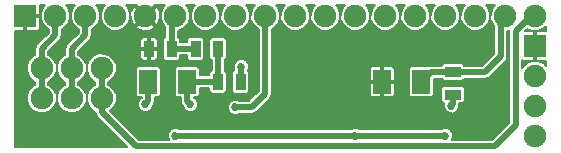
<source format=gbl>
G04 (created by PCBNEW (2013-07-07 BZR 4022)-stable) date 2/6/2016 8:58:51 PM*
%MOIN*%
G04 Gerber Fmt 3.4, Leading zero omitted, Abs format*
%FSLAX34Y34*%
G01*
G70*
G90*
G04 APERTURE LIST*
%ADD10C,0.00590551*%
%ADD11R,0.035X0.055*%
%ADD12R,0.055X0.035*%
%ADD13R,0.06X0.08*%
%ADD14C,0.075*%
%ADD15R,0.075X0.075*%
%ADD16C,0.027*%
%ADD17C,0.02*%
%ADD18C,0.008*%
G04 APERTURE END LIST*
G54D10*
G54D11*
X-2375Y-1100D03*
X-1625Y-1100D03*
X-825Y-1100D03*
X-75Y-1100D03*
X-75Y-2200D03*
X675Y-2200D03*
G54D12*
X7750Y-1875D03*
X7750Y-2625D03*
G54D13*
X6700Y-2200D03*
X5400Y-2200D03*
X-1100Y-2200D03*
X-2400Y-2200D03*
G54D14*
X-5950Y-2750D03*
X-4950Y-2750D03*
X-3950Y-2750D03*
G54D15*
X10500Y-1000D03*
G54D14*
X10500Y-2000D03*
X10500Y-3000D03*
X10500Y-4000D03*
G54D15*
X-6500Y0D03*
G54D14*
X-5500Y0D03*
X-4500Y0D03*
X-3500Y0D03*
X-2500Y0D03*
X-1500Y0D03*
X-500Y0D03*
X500Y0D03*
X1500Y0D03*
X2500Y0D03*
X3500Y0D03*
X4500Y0D03*
X5500Y0D03*
X6500Y0D03*
X7500Y0D03*
X8500Y0D03*
X9500Y0D03*
X10500Y0D03*
X-5950Y-1750D03*
X-4950Y-1750D03*
X-3950Y-1750D03*
G54D16*
X7500Y-4000D03*
X-1500Y-4000D03*
X4500Y-4000D03*
X700Y-1700D03*
X-1000Y-2950D03*
X500Y-3050D03*
X3200Y-1250D03*
X-2800Y-1250D03*
X8800Y-3450D03*
X8900Y-1000D03*
X2750Y-3450D03*
X-2500Y-2950D03*
X7700Y-3000D03*
G54D17*
X4500Y-4000D02*
X7500Y-4000D01*
X4500Y-4000D02*
X-1500Y-4000D01*
X675Y-2200D02*
X675Y-1725D01*
X675Y-1725D02*
X700Y-1700D01*
X-1100Y-2850D02*
X-1100Y-2200D01*
X-1000Y-2950D02*
X-1100Y-2850D01*
X-1100Y-2200D02*
X-75Y-2200D01*
X-75Y-1100D02*
X-75Y-2200D01*
X-1100Y-2450D02*
X-1100Y-2200D01*
X-1100Y-2450D02*
X-1100Y-2200D01*
X-4500Y0D02*
X-4500Y-650D01*
X-4500Y-650D02*
X-4950Y-1100D01*
X-4950Y-1750D02*
X-4950Y-1100D01*
X-4950Y-1750D02*
X-4950Y-2750D01*
X500Y-3050D02*
X1050Y-3050D01*
X1500Y-2400D02*
X1500Y-2600D01*
X1500Y-2600D02*
X1050Y-3050D01*
X1500Y-2400D02*
X1500Y0D01*
X-1625Y-1100D02*
X-1625Y-125D01*
X-1625Y-125D02*
X-1500Y0D01*
X-1625Y-1100D02*
X-825Y-1100D01*
X9500Y0D02*
X9500Y-100D01*
X8825Y-1875D02*
X7750Y-1875D01*
X9350Y-1350D02*
X8825Y-1875D01*
X9350Y-250D02*
X9350Y-1350D01*
X9500Y-100D02*
X9350Y-250D01*
X7750Y-1875D02*
X7025Y-1875D01*
X7025Y-1875D02*
X6700Y-2200D01*
X-3950Y-2750D02*
X-3950Y-3200D01*
X-2800Y-4350D02*
X-2150Y-4350D01*
X-3950Y-3200D02*
X-2800Y-4350D01*
X10500Y0D02*
X10350Y0D01*
X9850Y-3650D02*
X9150Y-4350D01*
X9150Y-4350D02*
X-2150Y-4350D01*
X10350Y0D02*
X9850Y-500D01*
X9850Y-500D02*
X9850Y-3650D01*
X-3950Y-2750D02*
X-3950Y-1750D01*
X-2400Y-2850D02*
X-2400Y-2200D01*
X-2500Y-2950D02*
X-2400Y-2850D01*
X-5500Y0D02*
X-5500Y-650D01*
X-5500Y-650D02*
X-5950Y-1100D01*
X-5950Y-1750D02*
X-5950Y-1100D01*
X7750Y-2625D02*
X7750Y-2950D01*
X7750Y-2950D02*
X7700Y-3000D01*
X-5950Y-1750D02*
X-5950Y-2750D01*
G54D10*
G36*
X9633Y-480D02*
X9630Y-500D01*
X9630Y-3558D01*
X9058Y-4130D01*
X8145Y-4130D01*
X8145Y-2776D01*
X8145Y-2426D01*
X8126Y-2382D01*
X8093Y-2348D01*
X8048Y-2330D01*
X8001Y-2329D01*
X7451Y-2329D01*
X7407Y-2348D01*
X7373Y-2381D01*
X7355Y-2426D01*
X7354Y-2473D01*
X7354Y-2823D01*
X7373Y-2867D01*
X7406Y-2901D01*
X7451Y-2919D01*
X7457Y-2919D01*
X7445Y-2949D01*
X7444Y-3050D01*
X7483Y-3144D01*
X7555Y-3216D01*
X7649Y-3254D01*
X7750Y-3255D01*
X7844Y-3216D01*
X7916Y-3144D01*
X7954Y-3050D01*
X7954Y-3025D01*
X7954Y-3025D01*
X7970Y-2950D01*
X7970Y-2920D01*
X8048Y-2920D01*
X8092Y-2901D01*
X8126Y-2868D01*
X8144Y-2823D01*
X8145Y-2776D01*
X8145Y-4130D01*
X7722Y-4130D01*
X7754Y-4050D01*
X7755Y-3949D01*
X7716Y-3855D01*
X7644Y-3783D01*
X7550Y-3745D01*
X7449Y-3744D01*
X7364Y-3780D01*
X5820Y-3780D01*
X5820Y-2576D01*
X5820Y-1823D01*
X5819Y-1776D01*
X5801Y-1731D01*
X5767Y-1698D01*
X5723Y-1679D01*
X5465Y-1680D01*
X5435Y-1710D01*
X5435Y-2165D01*
X5790Y-2165D01*
X5820Y-2135D01*
X5820Y-1823D01*
X5820Y-2576D01*
X5820Y-2265D01*
X5790Y-2235D01*
X5435Y-2235D01*
X5435Y-2690D01*
X5465Y-2720D01*
X5723Y-2720D01*
X5767Y-2701D01*
X5801Y-2668D01*
X5819Y-2623D01*
X5820Y-2576D01*
X5820Y-3780D01*
X5365Y-3780D01*
X5365Y-2690D01*
X5365Y-2235D01*
X5365Y-2165D01*
X5365Y-1710D01*
X5335Y-1680D01*
X5076Y-1679D01*
X5032Y-1698D01*
X4998Y-1731D01*
X4980Y-1776D01*
X4979Y-1823D01*
X4980Y-2135D01*
X5010Y-2165D01*
X5365Y-2165D01*
X5365Y-2235D01*
X5010Y-2235D01*
X4980Y-2265D01*
X4979Y-2576D01*
X4980Y-2623D01*
X4998Y-2668D01*
X5032Y-2701D01*
X5076Y-2720D01*
X5335Y-2720D01*
X5365Y-2690D01*
X5365Y-3780D01*
X4635Y-3780D01*
X4550Y-3745D01*
X4449Y-3744D01*
X4364Y-3780D01*
X220Y-3780D01*
X220Y-2451D01*
X220Y-1901D01*
X201Y-1857D01*
X168Y-1823D01*
X145Y-1813D01*
X145Y-1486D01*
X167Y-1476D01*
X201Y-1443D01*
X219Y-1398D01*
X220Y-1351D01*
X220Y-801D01*
X201Y-757D01*
X168Y-723D01*
X123Y-705D01*
X76Y-704D01*
X-273Y-704D01*
X-317Y-723D01*
X-351Y-756D01*
X-369Y-801D01*
X-370Y-848D01*
X-370Y-1398D01*
X-351Y-1442D01*
X-318Y-1476D01*
X-295Y-1486D01*
X-295Y-1813D01*
X-317Y-1823D01*
X-351Y-1856D01*
X-369Y-1901D01*
X-370Y-1948D01*
X-370Y-1980D01*
X-679Y-1980D01*
X-679Y-1776D01*
X-698Y-1732D01*
X-731Y-1698D01*
X-776Y-1680D01*
X-823Y-1679D01*
X-1423Y-1679D01*
X-1467Y-1698D01*
X-1501Y-1731D01*
X-1519Y-1776D01*
X-1520Y-1823D01*
X-1520Y-2623D01*
X-1501Y-2667D01*
X-1468Y-2701D01*
X-1423Y-2719D01*
X-1376Y-2720D01*
X-1320Y-2720D01*
X-1320Y-2850D01*
X-1303Y-2934D01*
X-1255Y-3005D01*
X-1251Y-3010D01*
X-1216Y-3094D01*
X-1144Y-3166D01*
X-1050Y-3204D01*
X-949Y-3205D01*
X-855Y-3166D01*
X-783Y-3094D01*
X-745Y-3000D01*
X-744Y-2899D01*
X-783Y-2805D01*
X-855Y-2733D01*
X-880Y-2723D01*
X-880Y-2720D01*
X-776Y-2720D01*
X-732Y-2701D01*
X-698Y-2668D01*
X-680Y-2623D01*
X-679Y-2576D01*
X-679Y-2420D01*
X-370Y-2420D01*
X-370Y-2498D01*
X-351Y-2542D01*
X-318Y-2576D01*
X-273Y-2594D01*
X-226Y-2595D01*
X123Y-2595D01*
X167Y-2576D01*
X201Y-2543D01*
X219Y-2498D01*
X220Y-2451D01*
X220Y-3780D01*
X-1364Y-3780D01*
X-1449Y-3745D01*
X-1550Y-3744D01*
X-1644Y-3783D01*
X-1716Y-3855D01*
X-1754Y-3949D01*
X-1755Y-4050D01*
X-1722Y-4130D01*
X-1979Y-4130D01*
X-1979Y-2576D01*
X-1979Y-1776D01*
X-1998Y-1732D01*
X-2002Y-1728D01*
X-2002Y-83D01*
X-2008Y113D01*
X-2072Y267D01*
X-2140Y309D01*
X-2450Y0D01*
X-2140Y-309D01*
X-2072Y-267D01*
X-2002Y-83D01*
X-2002Y-1728D01*
X-2031Y-1698D01*
X-2076Y-1680D01*
X-2079Y-1680D01*
X-2079Y-1351D01*
X-2079Y-848D01*
X-2080Y-801D01*
X-2098Y-756D01*
X-2132Y-723D01*
X-2176Y-704D01*
X-2190Y-704D01*
X-2190Y-359D01*
X-2500Y-49D01*
X-2549Y-98D01*
X-2549Y0D01*
X-2859Y309D01*
X-2927Y267D01*
X-2997Y83D01*
X-2991Y-113D01*
X-2927Y-267D01*
X-2859Y-309D01*
X-2549Y0D01*
X-2549Y-98D01*
X-2809Y-359D01*
X-2767Y-427D01*
X-2583Y-497D01*
X-2386Y-491D01*
X-2232Y-427D01*
X-2190Y-359D01*
X-2190Y-704D01*
X-2310Y-705D01*
X-2340Y-735D01*
X-2340Y-1065D01*
X-2110Y-1065D01*
X-2080Y-1035D01*
X-2079Y-848D01*
X-2079Y-1351D01*
X-2080Y-1165D01*
X-2110Y-1135D01*
X-2340Y-1135D01*
X-2340Y-1465D01*
X-2310Y-1495D01*
X-2176Y-1495D01*
X-2132Y-1476D01*
X-2098Y-1443D01*
X-2080Y-1398D01*
X-2079Y-1351D01*
X-2079Y-1680D01*
X-2123Y-1679D01*
X-2410Y-1679D01*
X-2410Y-1465D01*
X-2410Y-1135D01*
X-2410Y-1065D01*
X-2410Y-735D01*
X-2440Y-705D01*
X-2573Y-704D01*
X-2617Y-723D01*
X-2651Y-756D01*
X-2669Y-801D01*
X-2670Y-848D01*
X-2670Y-1035D01*
X-2640Y-1065D01*
X-2410Y-1065D01*
X-2410Y-1135D01*
X-2640Y-1135D01*
X-2670Y-1165D01*
X-2670Y-1351D01*
X-2669Y-1398D01*
X-2651Y-1443D01*
X-2617Y-1476D01*
X-2573Y-1495D01*
X-2440Y-1495D01*
X-2410Y-1465D01*
X-2410Y-1679D01*
X-2723Y-1679D01*
X-2767Y-1698D01*
X-2801Y-1731D01*
X-2819Y-1776D01*
X-2820Y-1823D01*
X-2820Y-2623D01*
X-2801Y-2667D01*
X-2768Y-2701D01*
X-2723Y-2719D01*
X-2676Y-2720D01*
X-2620Y-2720D01*
X-2620Y-2723D01*
X-2644Y-2733D01*
X-2716Y-2805D01*
X-2754Y-2899D01*
X-2755Y-3000D01*
X-2716Y-3094D01*
X-2644Y-3166D01*
X-2550Y-3204D01*
X-2449Y-3205D01*
X-2355Y-3166D01*
X-2283Y-3094D01*
X-2248Y-3009D01*
X-2244Y-3005D01*
X-2196Y-2934D01*
X-2196Y-2934D01*
X-2180Y-2850D01*
X-2180Y-2850D01*
X-2180Y-2720D01*
X-2076Y-2720D01*
X-2032Y-2701D01*
X-1998Y-2668D01*
X-1980Y-2623D01*
X-1979Y-2576D01*
X-1979Y-4130D01*
X-2150Y-4130D01*
X-2708Y-4130D01*
X-3669Y-3169D01*
X-3530Y-3030D01*
X-3455Y-2848D01*
X-3454Y-2651D01*
X-3530Y-2469D01*
X-3669Y-2330D01*
X-3730Y-2305D01*
X-3730Y-2194D01*
X-3669Y-2169D01*
X-3530Y-2030D01*
X-3455Y-1848D01*
X-3454Y-1651D01*
X-3530Y-1469D01*
X-3669Y-1330D01*
X-3851Y-1255D01*
X-4048Y-1254D01*
X-4230Y-1330D01*
X-4369Y-1469D01*
X-4444Y-1651D01*
X-4445Y-1848D01*
X-4369Y-2030D01*
X-4230Y-2169D01*
X-4170Y-2194D01*
X-4170Y-2305D01*
X-4230Y-2330D01*
X-4369Y-2469D01*
X-4444Y-2651D01*
X-4445Y-2848D01*
X-4369Y-3030D01*
X-4230Y-3169D01*
X-4170Y-3194D01*
X-4170Y-3200D01*
X-4153Y-3284D01*
X-4105Y-3355D01*
X-3100Y-4360D01*
X-6860Y-4360D01*
X-6860Y-495D01*
X-6565Y-495D01*
X-6535Y-465D01*
X-6535Y-35D01*
X-6542Y-35D01*
X-6542Y35D01*
X-6535Y35D01*
X-6535Y42D01*
X-6465Y42D01*
X-6465Y35D01*
X-6035Y35D01*
X-6005Y65D01*
X-6004Y351D01*
X-6004Y360D01*
X-5839Y360D01*
X-5919Y280D01*
X-5994Y98D01*
X-5995Y-98D01*
X-5919Y-280D01*
X-5780Y-419D01*
X-5720Y-444D01*
X-5720Y-558D01*
X-6004Y-843D01*
X-6004Y-351D01*
X-6005Y-65D01*
X-6035Y-35D01*
X-6465Y-35D01*
X-6465Y-465D01*
X-6435Y-495D01*
X-6101Y-495D01*
X-6057Y-476D01*
X-6023Y-443D01*
X-6005Y-398D01*
X-6004Y-351D01*
X-6004Y-843D01*
X-6105Y-944D01*
X-6153Y-1015D01*
X-6170Y-1100D01*
X-6170Y-1305D01*
X-6230Y-1330D01*
X-6369Y-1469D01*
X-6444Y-1651D01*
X-6445Y-1848D01*
X-6369Y-2030D01*
X-6230Y-2169D01*
X-6170Y-2194D01*
X-6170Y-2305D01*
X-6230Y-2330D01*
X-6369Y-2469D01*
X-6444Y-2651D01*
X-6445Y-2848D01*
X-6369Y-3030D01*
X-6230Y-3169D01*
X-6048Y-3244D01*
X-5851Y-3245D01*
X-5669Y-3169D01*
X-5530Y-3030D01*
X-5455Y-2848D01*
X-5454Y-2651D01*
X-5530Y-2469D01*
X-5669Y-2330D01*
X-5730Y-2305D01*
X-5730Y-2194D01*
X-5669Y-2169D01*
X-5530Y-2030D01*
X-5455Y-1848D01*
X-5454Y-1651D01*
X-5530Y-1469D01*
X-5669Y-1330D01*
X-5730Y-1305D01*
X-5730Y-1191D01*
X-5344Y-805D01*
X-5296Y-734D01*
X-5296Y-734D01*
X-5280Y-650D01*
X-5280Y-444D01*
X-5219Y-419D01*
X-5080Y-280D01*
X-5005Y-98D01*
X-5004Y98D01*
X-5080Y280D01*
X-5160Y360D01*
X-4839Y360D01*
X-4919Y280D01*
X-4994Y98D01*
X-4995Y-98D01*
X-4919Y-280D01*
X-4780Y-419D01*
X-4720Y-444D01*
X-4720Y-558D01*
X-5105Y-944D01*
X-5153Y-1015D01*
X-5170Y-1100D01*
X-5170Y-1305D01*
X-5230Y-1330D01*
X-5369Y-1469D01*
X-5444Y-1651D01*
X-5445Y-1848D01*
X-5369Y-2030D01*
X-5230Y-2169D01*
X-5170Y-2194D01*
X-5170Y-2305D01*
X-5230Y-2330D01*
X-5369Y-2469D01*
X-5444Y-2651D01*
X-5445Y-2848D01*
X-5369Y-3030D01*
X-5230Y-3169D01*
X-5048Y-3244D01*
X-4851Y-3245D01*
X-4669Y-3169D01*
X-4530Y-3030D01*
X-4455Y-2848D01*
X-4454Y-2651D01*
X-4530Y-2469D01*
X-4669Y-2330D01*
X-4730Y-2305D01*
X-4730Y-2194D01*
X-4669Y-2169D01*
X-4530Y-2030D01*
X-4455Y-1848D01*
X-4454Y-1651D01*
X-4530Y-1469D01*
X-4669Y-1330D01*
X-4730Y-1305D01*
X-4730Y-1191D01*
X-4344Y-805D01*
X-4296Y-734D01*
X-4296Y-734D01*
X-4280Y-650D01*
X-4280Y-444D01*
X-4219Y-419D01*
X-4080Y-280D01*
X-4005Y-98D01*
X-4004Y98D01*
X-4080Y280D01*
X-4160Y360D01*
X-3839Y360D01*
X-3919Y280D01*
X-3994Y98D01*
X-3995Y-98D01*
X-3919Y-280D01*
X-3780Y-419D01*
X-3598Y-494D01*
X-3401Y-495D01*
X-3219Y-419D01*
X-3080Y-280D01*
X-3005Y-98D01*
X-3004Y98D01*
X-3080Y280D01*
X-3160Y360D01*
X-2809Y360D01*
X-2809Y359D01*
X-2500Y49D01*
X-2190Y359D01*
X-2190Y360D01*
X-1839Y360D01*
X-1919Y280D01*
X-1994Y98D01*
X-1995Y-98D01*
X-1919Y-280D01*
X-1845Y-355D01*
X-1845Y-713D01*
X-1867Y-723D01*
X-1901Y-756D01*
X-1919Y-801D01*
X-1920Y-848D01*
X-1920Y-1398D01*
X-1901Y-1442D01*
X-1868Y-1476D01*
X-1823Y-1494D01*
X-1776Y-1495D01*
X-1426Y-1495D01*
X-1382Y-1476D01*
X-1348Y-1443D01*
X-1330Y-1398D01*
X-1329Y-1351D01*
X-1329Y-1320D01*
X-1120Y-1320D01*
X-1120Y-1398D01*
X-1101Y-1442D01*
X-1068Y-1476D01*
X-1023Y-1494D01*
X-976Y-1495D01*
X-626Y-1495D01*
X-582Y-1476D01*
X-548Y-1443D01*
X-530Y-1398D01*
X-529Y-1351D01*
X-529Y-801D01*
X-548Y-757D01*
X-581Y-723D01*
X-626Y-705D01*
X-673Y-704D01*
X-1023Y-704D01*
X-1067Y-723D01*
X-1101Y-756D01*
X-1119Y-801D01*
X-1120Y-848D01*
X-1120Y-880D01*
X-1329Y-880D01*
X-1329Y-801D01*
X-1348Y-757D01*
X-1381Y-723D01*
X-1405Y-713D01*
X-1405Y-495D01*
X-1401Y-495D01*
X-1219Y-419D01*
X-1080Y-280D01*
X-1005Y-98D01*
X-1004Y98D01*
X-1080Y280D01*
X-1160Y360D01*
X-839Y360D01*
X-919Y280D01*
X-994Y98D01*
X-995Y-98D01*
X-919Y-280D01*
X-780Y-419D01*
X-598Y-494D01*
X-401Y-495D01*
X-219Y-419D01*
X-80Y-280D01*
X-5Y-98D01*
X-4Y98D01*
X-80Y280D01*
X-160Y360D01*
X160Y360D01*
X80Y280D01*
X5Y98D01*
X4Y-98D01*
X80Y-280D01*
X219Y-419D01*
X401Y-494D01*
X598Y-495D01*
X780Y-419D01*
X919Y-280D01*
X994Y-98D01*
X995Y98D01*
X919Y280D01*
X839Y360D01*
X1160Y360D01*
X1080Y280D01*
X1005Y98D01*
X1004Y-98D01*
X1080Y-280D01*
X1219Y-419D01*
X1280Y-444D01*
X1280Y-2400D01*
X1280Y-2508D01*
X970Y-2818D01*
X970Y-2451D01*
X970Y-1901D01*
X951Y-1857D01*
X922Y-1828D01*
X954Y-1750D01*
X955Y-1649D01*
X916Y-1555D01*
X844Y-1483D01*
X750Y-1445D01*
X649Y-1444D01*
X555Y-1483D01*
X483Y-1555D01*
X445Y-1649D01*
X444Y-1750D01*
X455Y-1774D01*
X455Y-1813D01*
X432Y-1823D01*
X398Y-1856D01*
X380Y-1901D01*
X379Y-1948D01*
X379Y-2498D01*
X398Y-2542D01*
X431Y-2576D01*
X476Y-2594D01*
X523Y-2595D01*
X873Y-2595D01*
X917Y-2576D01*
X951Y-2543D01*
X969Y-2498D01*
X970Y-2451D01*
X970Y-2818D01*
X958Y-2830D01*
X635Y-2830D01*
X550Y-2795D01*
X449Y-2794D01*
X355Y-2833D01*
X283Y-2905D01*
X245Y-2999D01*
X244Y-3100D01*
X283Y-3194D01*
X355Y-3266D01*
X449Y-3304D01*
X550Y-3305D01*
X635Y-3270D01*
X1050Y-3270D01*
X1134Y-3253D01*
X1134Y-3253D01*
X1205Y-3205D01*
X1655Y-2755D01*
X1703Y-2684D01*
X1703Y-2684D01*
X1720Y-2600D01*
X1720Y-2400D01*
X1720Y-444D01*
X1780Y-419D01*
X1919Y-280D01*
X1994Y-98D01*
X1995Y98D01*
X1919Y280D01*
X1839Y360D01*
X2160Y360D01*
X2080Y280D01*
X2005Y98D01*
X2004Y-98D01*
X2080Y-280D01*
X2219Y-419D01*
X2401Y-494D01*
X2598Y-495D01*
X2780Y-419D01*
X2919Y-280D01*
X2994Y-98D01*
X2995Y98D01*
X2919Y280D01*
X2839Y360D01*
X3160Y360D01*
X3080Y280D01*
X3005Y98D01*
X3004Y-98D01*
X3080Y-280D01*
X3219Y-419D01*
X3401Y-494D01*
X3598Y-495D01*
X3780Y-419D01*
X3919Y-280D01*
X3994Y-98D01*
X3995Y98D01*
X3919Y280D01*
X3839Y360D01*
X4160Y360D01*
X4080Y280D01*
X4005Y98D01*
X4004Y-98D01*
X4080Y-280D01*
X4219Y-419D01*
X4401Y-494D01*
X4598Y-495D01*
X4780Y-419D01*
X4919Y-280D01*
X4994Y-98D01*
X4995Y98D01*
X4919Y280D01*
X4839Y360D01*
X5160Y360D01*
X5080Y280D01*
X5005Y98D01*
X5004Y-98D01*
X5080Y-280D01*
X5219Y-419D01*
X5401Y-494D01*
X5598Y-495D01*
X5780Y-419D01*
X5919Y-280D01*
X5994Y-98D01*
X5995Y98D01*
X5919Y280D01*
X5839Y360D01*
X6160Y360D01*
X6080Y280D01*
X6005Y98D01*
X6004Y-98D01*
X6080Y-280D01*
X6219Y-419D01*
X6401Y-494D01*
X6598Y-495D01*
X6780Y-419D01*
X6919Y-280D01*
X6994Y-98D01*
X6995Y98D01*
X6919Y280D01*
X6839Y360D01*
X7160Y360D01*
X7080Y280D01*
X7005Y98D01*
X7004Y-98D01*
X7080Y-280D01*
X7219Y-419D01*
X7401Y-494D01*
X7598Y-495D01*
X7780Y-419D01*
X7919Y-280D01*
X7994Y-98D01*
X7995Y98D01*
X7919Y280D01*
X7839Y360D01*
X8160Y360D01*
X8080Y280D01*
X8005Y98D01*
X8004Y-98D01*
X8080Y-280D01*
X8219Y-419D01*
X8401Y-494D01*
X8598Y-495D01*
X8780Y-419D01*
X8919Y-280D01*
X8994Y-98D01*
X8995Y98D01*
X8919Y280D01*
X8839Y360D01*
X9160Y360D01*
X9080Y280D01*
X9005Y98D01*
X9004Y-98D01*
X9080Y-280D01*
X9130Y-330D01*
X9130Y-1258D01*
X8733Y-1655D01*
X8136Y-1655D01*
X8126Y-1632D01*
X8093Y-1598D01*
X8048Y-1580D01*
X8001Y-1579D01*
X7451Y-1579D01*
X7407Y-1598D01*
X7373Y-1631D01*
X7363Y-1655D01*
X7025Y-1655D01*
X6940Y-1671D01*
X6928Y-1679D01*
X6376Y-1679D01*
X6332Y-1698D01*
X6298Y-1731D01*
X6280Y-1776D01*
X6279Y-1823D01*
X6279Y-2623D01*
X6298Y-2667D01*
X6331Y-2701D01*
X6376Y-2719D01*
X6423Y-2720D01*
X7023Y-2720D01*
X7067Y-2701D01*
X7101Y-2668D01*
X7119Y-2623D01*
X7120Y-2576D01*
X7120Y-2095D01*
X7363Y-2095D01*
X7373Y-2117D01*
X7406Y-2151D01*
X7451Y-2169D01*
X7498Y-2170D01*
X8048Y-2170D01*
X8092Y-2151D01*
X8126Y-2118D01*
X8136Y-2095D01*
X8825Y-2095D01*
X8909Y-2078D01*
X8909Y-2078D01*
X8980Y-2030D01*
X9505Y-1505D01*
X9505Y-1505D01*
X9553Y-1434D01*
X9569Y-1350D01*
X9570Y-1350D01*
X9570Y-495D01*
X9598Y-495D01*
X9633Y-480D01*
X9633Y-480D01*
G37*
G54D18*
X9633Y-480D02*
X9630Y-500D01*
X9630Y-3558D01*
X9058Y-4130D01*
X8145Y-4130D01*
X8145Y-2776D01*
X8145Y-2426D01*
X8126Y-2382D01*
X8093Y-2348D01*
X8048Y-2330D01*
X8001Y-2329D01*
X7451Y-2329D01*
X7407Y-2348D01*
X7373Y-2381D01*
X7355Y-2426D01*
X7354Y-2473D01*
X7354Y-2823D01*
X7373Y-2867D01*
X7406Y-2901D01*
X7451Y-2919D01*
X7457Y-2919D01*
X7445Y-2949D01*
X7444Y-3050D01*
X7483Y-3144D01*
X7555Y-3216D01*
X7649Y-3254D01*
X7750Y-3255D01*
X7844Y-3216D01*
X7916Y-3144D01*
X7954Y-3050D01*
X7954Y-3025D01*
X7954Y-3025D01*
X7970Y-2950D01*
X7970Y-2920D01*
X8048Y-2920D01*
X8092Y-2901D01*
X8126Y-2868D01*
X8144Y-2823D01*
X8145Y-2776D01*
X8145Y-4130D01*
X7722Y-4130D01*
X7754Y-4050D01*
X7755Y-3949D01*
X7716Y-3855D01*
X7644Y-3783D01*
X7550Y-3745D01*
X7449Y-3744D01*
X7364Y-3780D01*
X5820Y-3780D01*
X5820Y-2576D01*
X5820Y-1823D01*
X5819Y-1776D01*
X5801Y-1731D01*
X5767Y-1698D01*
X5723Y-1679D01*
X5465Y-1680D01*
X5435Y-1710D01*
X5435Y-2165D01*
X5790Y-2165D01*
X5820Y-2135D01*
X5820Y-1823D01*
X5820Y-2576D01*
X5820Y-2265D01*
X5790Y-2235D01*
X5435Y-2235D01*
X5435Y-2690D01*
X5465Y-2720D01*
X5723Y-2720D01*
X5767Y-2701D01*
X5801Y-2668D01*
X5819Y-2623D01*
X5820Y-2576D01*
X5820Y-3780D01*
X5365Y-3780D01*
X5365Y-2690D01*
X5365Y-2235D01*
X5365Y-2165D01*
X5365Y-1710D01*
X5335Y-1680D01*
X5076Y-1679D01*
X5032Y-1698D01*
X4998Y-1731D01*
X4980Y-1776D01*
X4979Y-1823D01*
X4980Y-2135D01*
X5010Y-2165D01*
X5365Y-2165D01*
X5365Y-2235D01*
X5010Y-2235D01*
X4980Y-2265D01*
X4979Y-2576D01*
X4980Y-2623D01*
X4998Y-2668D01*
X5032Y-2701D01*
X5076Y-2720D01*
X5335Y-2720D01*
X5365Y-2690D01*
X5365Y-3780D01*
X4635Y-3780D01*
X4550Y-3745D01*
X4449Y-3744D01*
X4364Y-3780D01*
X220Y-3780D01*
X220Y-2451D01*
X220Y-1901D01*
X201Y-1857D01*
X168Y-1823D01*
X145Y-1813D01*
X145Y-1486D01*
X167Y-1476D01*
X201Y-1443D01*
X219Y-1398D01*
X220Y-1351D01*
X220Y-801D01*
X201Y-757D01*
X168Y-723D01*
X123Y-705D01*
X76Y-704D01*
X-273Y-704D01*
X-317Y-723D01*
X-351Y-756D01*
X-369Y-801D01*
X-370Y-848D01*
X-370Y-1398D01*
X-351Y-1442D01*
X-318Y-1476D01*
X-295Y-1486D01*
X-295Y-1813D01*
X-317Y-1823D01*
X-351Y-1856D01*
X-369Y-1901D01*
X-370Y-1948D01*
X-370Y-1980D01*
X-679Y-1980D01*
X-679Y-1776D01*
X-698Y-1732D01*
X-731Y-1698D01*
X-776Y-1680D01*
X-823Y-1679D01*
X-1423Y-1679D01*
X-1467Y-1698D01*
X-1501Y-1731D01*
X-1519Y-1776D01*
X-1520Y-1823D01*
X-1520Y-2623D01*
X-1501Y-2667D01*
X-1468Y-2701D01*
X-1423Y-2719D01*
X-1376Y-2720D01*
X-1320Y-2720D01*
X-1320Y-2850D01*
X-1303Y-2934D01*
X-1255Y-3005D01*
X-1251Y-3010D01*
X-1216Y-3094D01*
X-1144Y-3166D01*
X-1050Y-3204D01*
X-949Y-3205D01*
X-855Y-3166D01*
X-783Y-3094D01*
X-745Y-3000D01*
X-744Y-2899D01*
X-783Y-2805D01*
X-855Y-2733D01*
X-880Y-2723D01*
X-880Y-2720D01*
X-776Y-2720D01*
X-732Y-2701D01*
X-698Y-2668D01*
X-680Y-2623D01*
X-679Y-2576D01*
X-679Y-2420D01*
X-370Y-2420D01*
X-370Y-2498D01*
X-351Y-2542D01*
X-318Y-2576D01*
X-273Y-2594D01*
X-226Y-2595D01*
X123Y-2595D01*
X167Y-2576D01*
X201Y-2543D01*
X219Y-2498D01*
X220Y-2451D01*
X220Y-3780D01*
X-1364Y-3780D01*
X-1449Y-3745D01*
X-1550Y-3744D01*
X-1644Y-3783D01*
X-1716Y-3855D01*
X-1754Y-3949D01*
X-1755Y-4050D01*
X-1722Y-4130D01*
X-1979Y-4130D01*
X-1979Y-2576D01*
X-1979Y-1776D01*
X-1998Y-1732D01*
X-2002Y-1728D01*
X-2002Y-83D01*
X-2008Y113D01*
X-2072Y267D01*
X-2140Y309D01*
X-2450Y0D01*
X-2140Y-309D01*
X-2072Y-267D01*
X-2002Y-83D01*
X-2002Y-1728D01*
X-2031Y-1698D01*
X-2076Y-1680D01*
X-2079Y-1680D01*
X-2079Y-1351D01*
X-2079Y-848D01*
X-2080Y-801D01*
X-2098Y-756D01*
X-2132Y-723D01*
X-2176Y-704D01*
X-2190Y-704D01*
X-2190Y-359D01*
X-2500Y-49D01*
X-2549Y-98D01*
X-2549Y0D01*
X-2859Y309D01*
X-2927Y267D01*
X-2997Y83D01*
X-2991Y-113D01*
X-2927Y-267D01*
X-2859Y-309D01*
X-2549Y0D01*
X-2549Y-98D01*
X-2809Y-359D01*
X-2767Y-427D01*
X-2583Y-497D01*
X-2386Y-491D01*
X-2232Y-427D01*
X-2190Y-359D01*
X-2190Y-704D01*
X-2310Y-705D01*
X-2340Y-735D01*
X-2340Y-1065D01*
X-2110Y-1065D01*
X-2080Y-1035D01*
X-2079Y-848D01*
X-2079Y-1351D01*
X-2080Y-1165D01*
X-2110Y-1135D01*
X-2340Y-1135D01*
X-2340Y-1465D01*
X-2310Y-1495D01*
X-2176Y-1495D01*
X-2132Y-1476D01*
X-2098Y-1443D01*
X-2080Y-1398D01*
X-2079Y-1351D01*
X-2079Y-1680D01*
X-2123Y-1679D01*
X-2410Y-1679D01*
X-2410Y-1465D01*
X-2410Y-1135D01*
X-2410Y-1065D01*
X-2410Y-735D01*
X-2440Y-705D01*
X-2573Y-704D01*
X-2617Y-723D01*
X-2651Y-756D01*
X-2669Y-801D01*
X-2670Y-848D01*
X-2670Y-1035D01*
X-2640Y-1065D01*
X-2410Y-1065D01*
X-2410Y-1135D01*
X-2640Y-1135D01*
X-2670Y-1165D01*
X-2670Y-1351D01*
X-2669Y-1398D01*
X-2651Y-1443D01*
X-2617Y-1476D01*
X-2573Y-1495D01*
X-2440Y-1495D01*
X-2410Y-1465D01*
X-2410Y-1679D01*
X-2723Y-1679D01*
X-2767Y-1698D01*
X-2801Y-1731D01*
X-2819Y-1776D01*
X-2820Y-1823D01*
X-2820Y-2623D01*
X-2801Y-2667D01*
X-2768Y-2701D01*
X-2723Y-2719D01*
X-2676Y-2720D01*
X-2620Y-2720D01*
X-2620Y-2723D01*
X-2644Y-2733D01*
X-2716Y-2805D01*
X-2754Y-2899D01*
X-2755Y-3000D01*
X-2716Y-3094D01*
X-2644Y-3166D01*
X-2550Y-3204D01*
X-2449Y-3205D01*
X-2355Y-3166D01*
X-2283Y-3094D01*
X-2248Y-3009D01*
X-2244Y-3005D01*
X-2196Y-2934D01*
X-2196Y-2934D01*
X-2180Y-2850D01*
X-2180Y-2850D01*
X-2180Y-2720D01*
X-2076Y-2720D01*
X-2032Y-2701D01*
X-1998Y-2668D01*
X-1980Y-2623D01*
X-1979Y-2576D01*
X-1979Y-4130D01*
X-2150Y-4130D01*
X-2708Y-4130D01*
X-3669Y-3169D01*
X-3530Y-3030D01*
X-3455Y-2848D01*
X-3454Y-2651D01*
X-3530Y-2469D01*
X-3669Y-2330D01*
X-3730Y-2305D01*
X-3730Y-2194D01*
X-3669Y-2169D01*
X-3530Y-2030D01*
X-3455Y-1848D01*
X-3454Y-1651D01*
X-3530Y-1469D01*
X-3669Y-1330D01*
X-3851Y-1255D01*
X-4048Y-1254D01*
X-4230Y-1330D01*
X-4369Y-1469D01*
X-4444Y-1651D01*
X-4445Y-1848D01*
X-4369Y-2030D01*
X-4230Y-2169D01*
X-4170Y-2194D01*
X-4170Y-2305D01*
X-4230Y-2330D01*
X-4369Y-2469D01*
X-4444Y-2651D01*
X-4445Y-2848D01*
X-4369Y-3030D01*
X-4230Y-3169D01*
X-4170Y-3194D01*
X-4170Y-3200D01*
X-4153Y-3284D01*
X-4105Y-3355D01*
X-3100Y-4360D01*
X-6860Y-4360D01*
X-6860Y-495D01*
X-6565Y-495D01*
X-6535Y-465D01*
X-6535Y-35D01*
X-6542Y-35D01*
X-6542Y35D01*
X-6535Y35D01*
X-6535Y42D01*
X-6465Y42D01*
X-6465Y35D01*
X-6035Y35D01*
X-6005Y65D01*
X-6004Y351D01*
X-6004Y360D01*
X-5839Y360D01*
X-5919Y280D01*
X-5994Y98D01*
X-5995Y-98D01*
X-5919Y-280D01*
X-5780Y-419D01*
X-5720Y-444D01*
X-5720Y-558D01*
X-6004Y-843D01*
X-6004Y-351D01*
X-6005Y-65D01*
X-6035Y-35D01*
X-6465Y-35D01*
X-6465Y-465D01*
X-6435Y-495D01*
X-6101Y-495D01*
X-6057Y-476D01*
X-6023Y-443D01*
X-6005Y-398D01*
X-6004Y-351D01*
X-6004Y-843D01*
X-6105Y-944D01*
X-6153Y-1015D01*
X-6170Y-1100D01*
X-6170Y-1305D01*
X-6230Y-1330D01*
X-6369Y-1469D01*
X-6444Y-1651D01*
X-6445Y-1848D01*
X-6369Y-2030D01*
X-6230Y-2169D01*
X-6170Y-2194D01*
X-6170Y-2305D01*
X-6230Y-2330D01*
X-6369Y-2469D01*
X-6444Y-2651D01*
X-6445Y-2848D01*
X-6369Y-3030D01*
X-6230Y-3169D01*
X-6048Y-3244D01*
X-5851Y-3245D01*
X-5669Y-3169D01*
X-5530Y-3030D01*
X-5455Y-2848D01*
X-5454Y-2651D01*
X-5530Y-2469D01*
X-5669Y-2330D01*
X-5730Y-2305D01*
X-5730Y-2194D01*
X-5669Y-2169D01*
X-5530Y-2030D01*
X-5455Y-1848D01*
X-5454Y-1651D01*
X-5530Y-1469D01*
X-5669Y-1330D01*
X-5730Y-1305D01*
X-5730Y-1191D01*
X-5344Y-805D01*
X-5296Y-734D01*
X-5296Y-734D01*
X-5280Y-650D01*
X-5280Y-444D01*
X-5219Y-419D01*
X-5080Y-280D01*
X-5005Y-98D01*
X-5004Y98D01*
X-5080Y280D01*
X-5160Y360D01*
X-4839Y360D01*
X-4919Y280D01*
X-4994Y98D01*
X-4995Y-98D01*
X-4919Y-280D01*
X-4780Y-419D01*
X-4720Y-444D01*
X-4720Y-558D01*
X-5105Y-944D01*
X-5153Y-1015D01*
X-5170Y-1100D01*
X-5170Y-1305D01*
X-5230Y-1330D01*
X-5369Y-1469D01*
X-5444Y-1651D01*
X-5445Y-1848D01*
X-5369Y-2030D01*
X-5230Y-2169D01*
X-5170Y-2194D01*
X-5170Y-2305D01*
X-5230Y-2330D01*
X-5369Y-2469D01*
X-5444Y-2651D01*
X-5445Y-2848D01*
X-5369Y-3030D01*
X-5230Y-3169D01*
X-5048Y-3244D01*
X-4851Y-3245D01*
X-4669Y-3169D01*
X-4530Y-3030D01*
X-4455Y-2848D01*
X-4454Y-2651D01*
X-4530Y-2469D01*
X-4669Y-2330D01*
X-4730Y-2305D01*
X-4730Y-2194D01*
X-4669Y-2169D01*
X-4530Y-2030D01*
X-4455Y-1848D01*
X-4454Y-1651D01*
X-4530Y-1469D01*
X-4669Y-1330D01*
X-4730Y-1305D01*
X-4730Y-1191D01*
X-4344Y-805D01*
X-4296Y-734D01*
X-4296Y-734D01*
X-4280Y-650D01*
X-4280Y-444D01*
X-4219Y-419D01*
X-4080Y-280D01*
X-4005Y-98D01*
X-4004Y98D01*
X-4080Y280D01*
X-4160Y360D01*
X-3839Y360D01*
X-3919Y280D01*
X-3994Y98D01*
X-3995Y-98D01*
X-3919Y-280D01*
X-3780Y-419D01*
X-3598Y-494D01*
X-3401Y-495D01*
X-3219Y-419D01*
X-3080Y-280D01*
X-3005Y-98D01*
X-3004Y98D01*
X-3080Y280D01*
X-3160Y360D01*
X-2809Y360D01*
X-2809Y359D01*
X-2500Y49D01*
X-2190Y359D01*
X-2190Y360D01*
X-1839Y360D01*
X-1919Y280D01*
X-1994Y98D01*
X-1995Y-98D01*
X-1919Y-280D01*
X-1845Y-355D01*
X-1845Y-713D01*
X-1867Y-723D01*
X-1901Y-756D01*
X-1919Y-801D01*
X-1920Y-848D01*
X-1920Y-1398D01*
X-1901Y-1442D01*
X-1868Y-1476D01*
X-1823Y-1494D01*
X-1776Y-1495D01*
X-1426Y-1495D01*
X-1382Y-1476D01*
X-1348Y-1443D01*
X-1330Y-1398D01*
X-1329Y-1351D01*
X-1329Y-1320D01*
X-1120Y-1320D01*
X-1120Y-1398D01*
X-1101Y-1442D01*
X-1068Y-1476D01*
X-1023Y-1494D01*
X-976Y-1495D01*
X-626Y-1495D01*
X-582Y-1476D01*
X-548Y-1443D01*
X-530Y-1398D01*
X-529Y-1351D01*
X-529Y-801D01*
X-548Y-757D01*
X-581Y-723D01*
X-626Y-705D01*
X-673Y-704D01*
X-1023Y-704D01*
X-1067Y-723D01*
X-1101Y-756D01*
X-1119Y-801D01*
X-1120Y-848D01*
X-1120Y-880D01*
X-1329Y-880D01*
X-1329Y-801D01*
X-1348Y-757D01*
X-1381Y-723D01*
X-1405Y-713D01*
X-1405Y-495D01*
X-1401Y-495D01*
X-1219Y-419D01*
X-1080Y-280D01*
X-1005Y-98D01*
X-1004Y98D01*
X-1080Y280D01*
X-1160Y360D01*
X-839Y360D01*
X-919Y280D01*
X-994Y98D01*
X-995Y-98D01*
X-919Y-280D01*
X-780Y-419D01*
X-598Y-494D01*
X-401Y-495D01*
X-219Y-419D01*
X-80Y-280D01*
X-5Y-98D01*
X-4Y98D01*
X-80Y280D01*
X-160Y360D01*
X160Y360D01*
X80Y280D01*
X5Y98D01*
X4Y-98D01*
X80Y-280D01*
X219Y-419D01*
X401Y-494D01*
X598Y-495D01*
X780Y-419D01*
X919Y-280D01*
X994Y-98D01*
X995Y98D01*
X919Y280D01*
X839Y360D01*
X1160Y360D01*
X1080Y280D01*
X1005Y98D01*
X1004Y-98D01*
X1080Y-280D01*
X1219Y-419D01*
X1280Y-444D01*
X1280Y-2400D01*
X1280Y-2508D01*
X970Y-2818D01*
X970Y-2451D01*
X970Y-1901D01*
X951Y-1857D01*
X922Y-1828D01*
X954Y-1750D01*
X955Y-1649D01*
X916Y-1555D01*
X844Y-1483D01*
X750Y-1445D01*
X649Y-1444D01*
X555Y-1483D01*
X483Y-1555D01*
X445Y-1649D01*
X444Y-1750D01*
X455Y-1774D01*
X455Y-1813D01*
X432Y-1823D01*
X398Y-1856D01*
X380Y-1901D01*
X379Y-1948D01*
X379Y-2498D01*
X398Y-2542D01*
X431Y-2576D01*
X476Y-2594D01*
X523Y-2595D01*
X873Y-2595D01*
X917Y-2576D01*
X951Y-2543D01*
X969Y-2498D01*
X970Y-2451D01*
X970Y-2818D01*
X958Y-2830D01*
X635Y-2830D01*
X550Y-2795D01*
X449Y-2794D01*
X355Y-2833D01*
X283Y-2905D01*
X245Y-2999D01*
X244Y-3100D01*
X283Y-3194D01*
X355Y-3266D01*
X449Y-3304D01*
X550Y-3305D01*
X635Y-3270D01*
X1050Y-3270D01*
X1134Y-3253D01*
X1134Y-3253D01*
X1205Y-3205D01*
X1655Y-2755D01*
X1703Y-2684D01*
X1703Y-2684D01*
X1720Y-2600D01*
X1720Y-2400D01*
X1720Y-444D01*
X1780Y-419D01*
X1919Y-280D01*
X1994Y-98D01*
X1995Y98D01*
X1919Y280D01*
X1839Y360D01*
X2160Y360D01*
X2080Y280D01*
X2005Y98D01*
X2004Y-98D01*
X2080Y-280D01*
X2219Y-419D01*
X2401Y-494D01*
X2598Y-495D01*
X2780Y-419D01*
X2919Y-280D01*
X2994Y-98D01*
X2995Y98D01*
X2919Y280D01*
X2839Y360D01*
X3160Y360D01*
X3080Y280D01*
X3005Y98D01*
X3004Y-98D01*
X3080Y-280D01*
X3219Y-419D01*
X3401Y-494D01*
X3598Y-495D01*
X3780Y-419D01*
X3919Y-280D01*
X3994Y-98D01*
X3995Y98D01*
X3919Y280D01*
X3839Y360D01*
X4160Y360D01*
X4080Y280D01*
X4005Y98D01*
X4004Y-98D01*
X4080Y-280D01*
X4219Y-419D01*
X4401Y-494D01*
X4598Y-495D01*
X4780Y-419D01*
X4919Y-280D01*
X4994Y-98D01*
X4995Y98D01*
X4919Y280D01*
X4839Y360D01*
X5160Y360D01*
X5080Y280D01*
X5005Y98D01*
X5004Y-98D01*
X5080Y-280D01*
X5219Y-419D01*
X5401Y-494D01*
X5598Y-495D01*
X5780Y-419D01*
X5919Y-280D01*
X5994Y-98D01*
X5995Y98D01*
X5919Y280D01*
X5839Y360D01*
X6160Y360D01*
X6080Y280D01*
X6005Y98D01*
X6004Y-98D01*
X6080Y-280D01*
X6219Y-419D01*
X6401Y-494D01*
X6598Y-495D01*
X6780Y-419D01*
X6919Y-280D01*
X6994Y-98D01*
X6995Y98D01*
X6919Y280D01*
X6839Y360D01*
X7160Y360D01*
X7080Y280D01*
X7005Y98D01*
X7004Y-98D01*
X7080Y-280D01*
X7219Y-419D01*
X7401Y-494D01*
X7598Y-495D01*
X7780Y-419D01*
X7919Y-280D01*
X7994Y-98D01*
X7995Y98D01*
X7919Y280D01*
X7839Y360D01*
X8160Y360D01*
X8080Y280D01*
X8005Y98D01*
X8004Y-98D01*
X8080Y-280D01*
X8219Y-419D01*
X8401Y-494D01*
X8598Y-495D01*
X8780Y-419D01*
X8919Y-280D01*
X8994Y-98D01*
X8995Y98D01*
X8919Y280D01*
X8839Y360D01*
X9160Y360D01*
X9080Y280D01*
X9005Y98D01*
X9004Y-98D01*
X9080Y-280D01*
X9130Y-330D01*
X9130Y-1258D01*
X8733Y-1655D01*
X8136Y-1655D01*
X8126Y-1632D01*
X8093Y-1598D01*
X8048Y-1580D01*
X8001Y-1579D01*
X7451Y-1579D01*
X7407Y-1598D01*
X7373Y-1631D01*
X7363Y-1655D01*
X7025Y-1655D01*
X6940Y-1671D01*
X6928Y-1679D01*
X6376Y-1679D01*
X6332Y-1698D01*
X6298Y-1731D01*
X6280Y-1776D01*
X6279Y-1823D01*
X6279Y-2623D01*
X6298Y-2667D01*
X6331Y-2701D01*
X6376Y-2719D01*
X6423Y-2720D01*
X7023Y-2720D01*
X7067Y-2701D01*
X7101Y-2668D01*
X7119Y-2623D01*
X7120Y-2576D01*
X7120Y-2095D01*
X7363Y-2095D01*
X7373Y-2117D01*
X7406Y-2151D01*
X7451Y-2169D01*
X7498Y-2170D01*
X8048Y-2170D01*
X8092Y-2151D01*
X8126Y-2118D01*
X8136Y-2095D01*
X8825Y-2095D01*
X8909Y-2078D01*
X8909Y-2078D01*
X8980Y-2030D01*
X9505Y-1505D01*
X9505Y-1505D01*
X9553Y-1434D01*
X9569Y-1350D01*
X9570Y-1350D01*
X9570Y-495D01*
X9598Y-495D01*
X9633Y-480D01*
G54D10*
G36*
X10860Y-1660D02*
X10780Y-1580D01*
X10598Y-1505D01*
X10401Y-1504D01*
X10219Y-1580D01*
X10080Y-1719D01*
X10070Y-1744D01*
X10070Y-1482D01*
X10101Y-1494D01*
X10148Y-1495D01*
X10435Y-1495D01*
X10465Y-1465D01*
X10465Y-1035D01*
X10457Y-1035D01*
X10457Y-965D01*
X10465Y-965D01*
X10465Y-535D01*
X10435Y-505D01*
X10156Y-504D01*
X10235Y-425D01*
X10401Y-494D01*
X10598Y-495D01*
X10780Y-419D01*
X10860Y-339D01*
X10860Y-504D01*
X10851Y-504D01*
X10565Y-505D01*
X10535Y-535D01*
X10535Y-965D01*
X10542Y-965D01*
X10542Y-1035D01*
X10535Y-1035D01*
X10535Y-1465D01*
X10565Y-1495D01*
X10851Y-1495D01*
X10860Y-1495D01*
X10860Y-1660D01*
X10860Y-1660D01*
G37*
G54D18*
X10860Y-1660D02*
X10780Y-1580D01*
X10598Y-1505D01*
X10401Y-1504D01*
X10219Y-1580D01*
X10080Y-1719D01*
X10070Y-1744D01*
X10070Y-1482D01*
X10101Y-1494D01*
X10148Y-1495D01*
X10435Y-1495D01*
X10465Y-1465D01*
X10465Y-1035D01*
X10457Y-1035D01*
X10457Y-965D01*
X10465Y-965D01*
X10465Y-535D01*
X10435Y-505D01*
X10156Y-504D01*
X10235Y-425D01*
X10401Y-494D01*
X10598Y-495D01*
X10780Y-419D01*
X10860Y-339D01*
X10860Y-504D01*
X10851Y-504D01*
X10565Y-505D01*
X10535Y-535D01*
X10535Y-965D01*
X10542Y-965D01*
X10542Y-1035D01*
X10535Y-1035D01*
X10535Y-1465D01*
X10565Y-1495D01*
X10851Y-1495D01*
X10860Y-1495D01*
X10860Y-1660D01*
M02*

</source>
